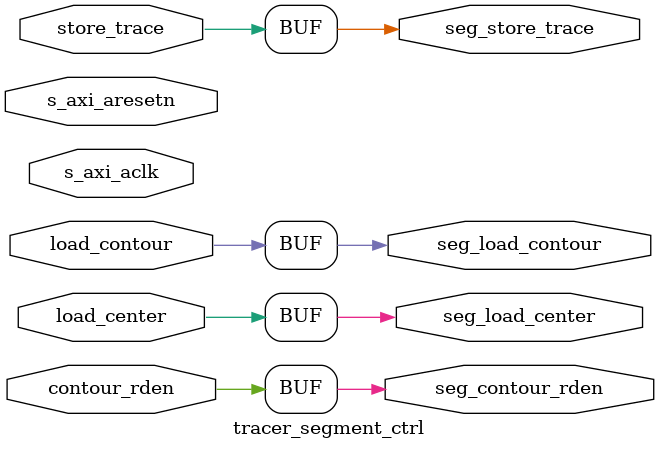
<source format=v>
`timescale 1ns / 1ps


module tracer_segment_ctrl(
    input                     s_axi_aclk,
    input                     s_axi_aresetn,
    
    input                     load_center,
    input                     contour_rden,
    input                     load_contour,
    input                     store_trace,
    
    output                    seg_load_center,
    output                    seg_contour_rden,
    output                    seg_load_contour,
    output                    seg_store_trace
);

assign    seg_load_center   =  load_center;
assign    seg_contour_rden  =  contour_rden;
assign    seg_load_contour  =  load_contour;
assign    seg_store_trace   =  store_trace;

endmodule

</source>
